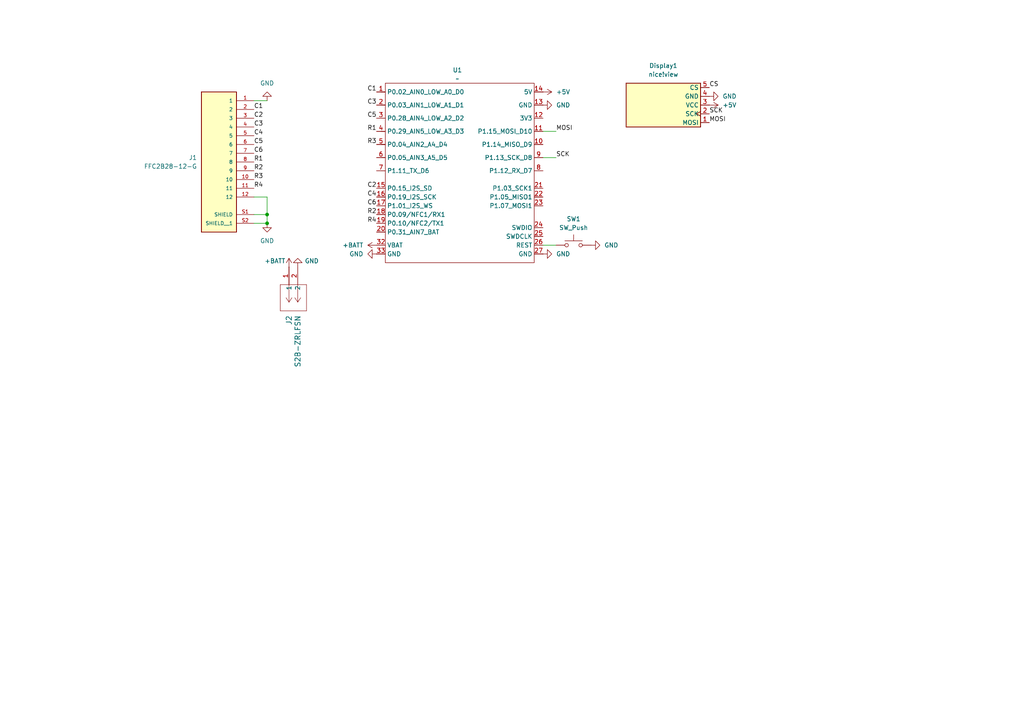
<source format=kicad_sch>
(kicad_sch (version 20250114) (generator "eeschema") (generator_version "9.0")
  (paper "A4")
  (lib_symbols
    (symbol "FFC2B28-12-G:FFC2B28-12-G" (pin_names (offset 1.016))
      (property "Reference" "J" (at -5.08 18.542 0))
      (property "Value" "FFC2B28-12-G" (at -5.08 -25.4 0))
      (symbol "FFC2B28-12-G_0_0"
        (rectangle (start -5.08 -22.86) (end 5.08 17.78) (stroke (width 0.254)) (fill (type background)))
        (pin passive line (at -10.16 15.24 0) (length 5.08) (name "1") (number "1"))
        (pin passive line (at -10.16 12.7 0) (length 5.08) (name "2") (number "2"))
        (pin passive line (at -10.16 10.16 0) (length 5.08) (name "3") (number "3"))
        (pin passive line (at -10.16 7.62 0) (length 5.08) (name "4") (number "4"))
        (pin passive line (at -10.16 5.08 0) (length 5.08) (name "5") (number "5"))
        (pin passive line (at -10.16 2.54 0) (length 5.08) (name "6") (number "6"))
        (pin passive line (at -10.16 0 0) (length 5.08) (name "7") (number "7"))
        (pin passive line (at -10.16 -2.54 0) (length 5.08) (name "8") (number "8"))
        (pin passive line (at -10.16 -5.08 0) (length 5.08) (name "9") (number "9"))
        (pin passive line (at -10.16 -7.62 0) (length 5.08) (name "10") (number "10"))
        (pin passive line (at -10.16 -10.16 0) (length 5.08) (name "11") (number "11"))
        (pin passive line (at -10.16 -12.7 0) (length 5.08) (name "12") (number "12"))
        (pin passive line (at -10.16 -17.78 0) (length 5.08) (name "SHIELD") (number "S1"))
        (pin passive line (at -10.16 -20.32 0) (length 5.08) (name "SHIELD__1") (number "S2"))
      )
    )
    (symbol "Seeed_Studio_XIAO_Series:XIAO-nRF52840_Plus_SMD"
      (property "Reference" "U" (at -2.54 2.54 0))
      (symbol "XIAO-nRF52840_Plus_SMD_0_1"
        (rectangle (start 0 0) (end 43.18 -52.07))
      )
      (symbol "XIAO-nRF52840_Plus_SMD_1_0"
        (polyline (pts (xy 0 -2.54) (xy -1.27 -2.54)) (stroke (width 0.1524)))
        (polyline (pts (xy 0 -6.35) (xy -1.27 -6.35)) (stroke (width 0.1524)))
        (polyline (pts (xy 0 -10.16) (xy -1.27 -10.16)) (stroke (width 0.1524)))
        (polyline (pts (xy 0 -13.97) (xy -1.27 -13.97)) (stroke (width 0.1524)))
        (polyline (pts (xy 0 -17.78) (xy -1.27 -17.78)) (stroke (width 0.1524)))
        (polyline (pts (xy 0 -21.59) (xy -1.27 -21.59)) (stroke (width 0.1524)))
        (polyline (pts (xy 0 -25.4) (xy -1.27 -25.4)) (stroke (width 0.1524)))
        (pin passive line (at -2.54 -2.54 0) (length 2.54) (name "P0.02_AIN0_LOW_A0_D0") (number "1"))
        (pin passive line (at -2.54 -6.35 0) (length 2.54) (name "P0.03_AIN1_LOW_A1_D1") (number "2"))
        (pin passive line (at -2.54 -10.16 0) (length 2.54) (name "P0.28_AIN4_LOW_A2_D2") (number "3"))
        (pin passive line (at -2.54 -13.97 0) (length 2.54) (name "P0.29_AIN5_LOW_A3_D3") (number "4"))
        (pin passive line (at -2.54 -17.78 0) (length 2.54) (name "P0.04_AIN2_A4_D4") (number "5"))
        (pin passive line (at -2.54 -21.59 0) (length 2.54) (name "P0.05_AIN3_A5_D5") (number "6"))
        (pin passive line (at -2.54 -25.4 0) (length 2.54) (name "P1.11_TX_D6") (number "7"))
        (pin passive line (at 45.72 -2.54 180) (length 2.54) (name "5V") (number "14"))
        (pin passive line (at 45.72 -6.35 180) (length 2.54) (name "GND") (number "13"))
        (pin passive line (at 45.72 -10.16 180) (length 2.54) (name "3V3") (number "12"))
        (pin passive line (at 45.72 -13.97 180) (length 2.54) (name "P1.15_MOSI_D10") (number "11"))
        (pin passive line (at 45.72 -17.78 180) (length 2.54) (name "P1.14_MISO_D9") (number "10"))
        (pin passive line (at 45.72 -21.59 180) (length 2.54) (name "P1.13_SCK_D8") (number "9"))
        (pin passive line (at 45.72 -25.4 180) (length 2.54) (name "P1.12_RX_D7") (number "8"))
      )
      (symbol "XIAO-nRF52840_Plus_SMD_1_1"
        (pin passive line (at -2.54 -30.48 0) (length 2.54) (name "P0.15_I2S_SD") (number "15"))
        (pin passive line (at -2.54 -33.02 0) (length 2.54) (name "P0.19_I2S_SCK") (number "16"))
        (pin passive line (at -2.54 -35.56 0) (length 2.54) (name "P1.01_I2S_WS") (number "17"))
        (pin passive line (at -2.54 -38.1 0) (length 2.54) (name "P0.09/NFC1/RX1") (number "18"))
        (pin passive line (at -2.54 -40.64 0) (length 2.54) (name "P0.10/NFC2/TX1") (number "19"))
        (pin passive line (at -2.54 -43.18 0) (length 2.54) (name "P0.31_AIN7_BAT") (number "20"))
        (pin passive line (at -2.54 -46.99 0) (length 2.54) (name "VBAT") (number "32"))
        (pin passive line (at -2.54 -49.53 0) (length 2.54) (name "GND") (number "33"))
        (pin passive line (at 45.72 -30.48 180) (length 2.54) (name "P1.03_SCK1") (number "21"))
        (pin passive line (at 45.72 -33.02 180) (length 2.54) (name "P1.05_MISO1") (number "22"))
        (pin passive line (at 45.72 -35.56 180) (length 2.54) (name "P1.07_MOSI1") (number "23"))
        (pin passive line (at 45.72 -41.91 180) (length 2.54) (name "SWDIO") (number "24"))
        (pin passive line (at 45.72 -44.45 180) (length 2.54) (name "SWDCLK") (number "25"))
        (pin passive line (at 45.72 -46.99 180) (length 2.54) (name "REST") (number "26"))
        (pin passive line (at 45.72 -49.53 180) (length 2.54) (name "GND") (number "27"))
      )
    )
    (symbol "Switch:SW_Push" (pin_numbers (hide yes)) (pin_names (offset 1.016) (hide yes))
      (property "Reference" "SW" (at 1.27 2.54 0))
      (property "Value" "SW_Push" (at 0 -1.524 0))
      (symbol "SW_Push_0_1"
        (circle (center -2.032 0) (radius 0.508))
        (polyline (pts (xy 0 1.27) (xy 0 3.048)))
        (circle (center 2.032 0) (radius 0.508))
        (polyline (pts (xy 2.54 1.27) (xy -2.54 1.27)))
        (pin passive line (at -5.08 0 0) (length 2.54) (name "1") (number "1"))
        (pin passive line (at 5.08 0 180) (length 2.54) (name "2") (number "2"))
      )
    )
    (symbol "jst-zh:S2B-ZRLFSN" (pin_names (offset 0.254))
      (property "Reference" "J" (at 8.89 6.35 0))
      (property "Value" "S2B-ZRLFSN" (at 0 0 0))
      (symbol "S2B-ZRLFSN_1_1"
        (polyline (pts (xy 5.08 2.54) (xy 5.08 -5.08)) (stroke (width 0.127)))
        (polyline (pts (xy 5.08 -5.08) (xy 12.7 -5.08)) (stroke (width 0.127)))
        (polyline (pts (xy 10.16 0) (xy 5.08 0)) (stroke (width 0.127)))
        (polyline (pts (xy 10.16 0) (xy 8.89 0.8467)) (stroke (width 0.127)))
        (polyline (pts (xy 10.16 0) (xy 8.89 -0.8467)) (stroke (width 0.127)))
        (polyline (pts (xy 10.16 -2.54) (xy 5.08 -2.54)) (stroke (width 0.127)))
        (polyline (pts (xy 10.16 -2.54) (xy 8.89 -1.6933)) (stroke (width 0.127)))
        (polyline (pts (xy 10.16 -2.54) (xy 8.89 -3.3867)) (stroke (width 0.127)))
        (polyline (pts (xy 12.7 2.54) (xy 5.08 2.54)) (stroke (width 0.127)))
        (polyline (pts (xy 12.7 -5.08) (xy 12.7 2.54)) (stroke (width 0.127)))
        (pin unspecified line (at 0 0 0) (length 5.08) (name "1") (number "1"))
        (pin unspecified line (at 0 -2.54 0) (length 5.08) (name "2") (number "2"))
      )
      (symbol "S2B-ZRLFSN_1_2"
        (polyline (pts (xy 5.08 2.54) (xy 5.08 -5.08)) (stroke (width 0.127)))
        (polyline (pts (xy 5.08 -5.08) (xy 12.7 -5.08)) (stroke (width 0.127)))
        (polyline (pts (xy 7.62 0) (xy 5.08 0)) (stroke (width 0.127)))
        (polyline (pts (xy 7.62 0) (xy 8.89 0.8467)) (stroke (width 0.127)))
        (polyline (pts (xy 7.62 0) (xy 8.89 -0.8467)) (stroke (width 0.127)))
        (polyline (pts (xy 7.62 -2.54) (xy 5.08 -2.54)) (stroke (width 0.127)))
        (polyline (pts (xy 7.62 -2.54) (xy 8.89 -1.6933)) (stroke (width 0.127)))
        (polyline (pts (xy 7.62 -2.54) (xy 8.89 -3.3867)) (stroke (width 0.127)))
        (polyline (pts (xy 12.7 2.54) (xy 5.08 2.54)) (stroke (width 0.127)))
        (polyline (pts (xy 12.7 -5.08) (xy 12.7 2.54)) (stroke (width 0.127)))
        (pin unspecified line (at 0 0 0) (length 5.08) (name "1") (number "1"))
        (pin unspecified line (at 0 -2.54 0) (length 5.08) (name "2") (number "2"))
      )
    )
    (symbol "nice_view:nice!view"
      (property "Reference" "Display" (at 0 12.7 0))
      (property "Value" "nice!view" (at 0 0 0))
      (symbol "nice!view_0_1"
        (rectangle (start -6.35 11.43) (end 6.35 -10.16) (stroke (width 0.254)) (fill (type background)))
      )
      (symbol "nice!view_1_1"
        (pin input line (at -5.08 -12.7 90) (length 2.54) (name "MOSI") (number "1"))
        (pin input clock (at -2.54 -12.7 90) (length 2.54) (name "SCK") (number "2"))
        (pin power_in line (at 0 -12.7 90) (length 2.54) (name "VCC") (number "3"))
        (pin power_out line (at 2.54 -12.7 90) (length 2.54) (name "GND") (number "4"))
        (pin passive line (at 5.08 -12.7 90) (length 2.54) (name "CS") (number "5"))
      )
    )
    (symbol "power:+5V" (power) (pin_numbers (hide yes)) (pin_names (offset 0) (hide yes))
      (property "Value" "+5V" (at 0 3.556 0))
      (symbol "+5V_0_1"
        (polyline (pts (xy -0.762 1.27) (xy 0 2.54)))
        (polyline (pts (xy 0 2.54) (xy 0.762 1.27)))
        (polyline (pts (xy 0 0) (xy 0 2.54)))
      )
      (symbol "+5V_1_1"
        (pin power_in line (at 0 0 90) (length 0) (name "~") (number "1"))
      )
    )
    (symbol "power:+BATT" (power) (pin_numbers (hide yes)) (pin_names (offset 0) (hide yes))
      (property "Value" "+BATT" (at 0 3.556 0))
      (symbol "+BATT_0_1"
        (polyline (pts (xy -0.762 1.27) (xy 0 2.54)))
        (polyline (pts (xy 0 2.54) (xy 0.762 1.27)))
        (polyline (pts (xy 0 0) (xy 0 2.54)))
      )
      (symbol "+BATT_1_1"
        (pin power_in line (at 0 0 90) (length 0) (name "~") (number "1"))
      )
    )
    (symbol "power:GND" (power) (pin_numbers (hide yes)) (pin_names (offset 0) (hide yes))
      (property "Value" "GND" (at 0 -3.81 0))
      (symbol "GND_0_1"
        (polyline (pts (xy 0 0) (xy 0 -1.27) (xy 1.27 -1.27) (xy 0 -2.54) (xy -1.27 -1.27) (xy 0 -1.27)))
      )
      (symbol "GND_1_1"
        (pin power_in line (at 0 0 270) (length 0) (name "~") (number "1"))
      )
    )
  )
  (junction (at 77.47 62.23))
  (junction (at 77.47 64.77))
  (wire (pts (xy 77.47 64.77) (xy 73.66 64.77)))
  (wire (pts (xy 157.48 71.12) (xy 161.29 71.12)))
  (wire (pts (xy 73.66 57.15) (xy 77.47 57.15)))
  (wire (pts (xy 73.66 62.23) (xy 77.47 62.23)))
  (wire (pts (xy 77.47 57.15) (xy 77.47 62.23)))
  (wire (pts (xy 157.48 45.72) (xy 161.29 45.72)))
  (wire (pts (xy 77.47 29.21) (xy 73.66 29.21)))
  (wire (pts (xy 77.47 62.23) (xy 77.47 64.77)))
  (wire (pts (xy 157.48 38.1) (xy 161.29 38.1)))
  (label "C4" (at 109.22 57.15 180))
  (label "R4" (at 109.22 64.77 180))
  (label "C4" (at 73.66 39.37 0))
  (label "R3" (at 73.66 52.07 0))
  (label "CS" (at 205.74 25.4 0))
  (label "C1" (at 73.66 31.75 0))
  (label "C6" (at 109.22 59.69 180))
  (label "C3" (at 73.66 36.83 0))
  (label "C2" (at 109.22 54.61 180))
  (label "C5" (at 73.66 41.91 0))
  (label "SCK" (at 161.29 45.72 0))
  (label "R4" (at 73.66 54.61 0))
  (label "C5" (at 109.22 34.29 180))
  (label "R3" (at 109.22 41.91 180))
  (label "SCK" (at 205.74 33.02 0))
  (label "C3" (at 109.22 30.48 180))
  (label "MOSI" (at 161.29 38.1 0))
  (label "MOSI" (at 205.74 35.56 0))
  (label "C1" (at 109.22 26.67 180))
  (label "R1" (at 73.66 46.99 0))
  (label "R2" (at 73.66 49.53 0))
  (label "R2" (at 109.22 62.23 180))
  (label "R1" (at 109.22 38.1 180))
  (label "C2" (at 73.66 34.29 0))
  (label "C6" (at 73.66 44.45 0))
  (symbol (lib_id "power:GND") (at 77.47 64.77 0) (mirror y) (unit 1)
    (property "Reference" "#PWR09" (effects (hide yes)))
    (property "Value" "GND" (at 77.47 69.85 0))
    (property "Description" "Power symbol creates a global label with name \"GND\" , ground" (effects (hide yes)))
  )
  (symbol (lib_id "power:GND") (at 205.74 27.94 90) (unit 1)
    (property "Reference" "#PWR05" (effects (hide yes)))
    (property "Value" "GND" (at 209.55 27.9399 90) (effects (justify right)))
    (property "Description" "Power symbol creates a global label with name \"GND\" , ground" (effects (hide yes)))
  )
  (symbol (lib_id "power:+BATT") (at 83.82 77.47 0) (unit 1)
    (property "Reference" "#PWR011" (effects (hide yes)))
    (property "Value" "+BATT" (at 79.756 75.692 0))
    (property "Description" "Power symbol creates a global label with name \"+BATT\"" (effects (hide yes)))
  )
  (symbol (lib_id "power:GND") (at 86.36 77.47 180) (unit 1)
    (property "Reference" "#PWR012" (effects (hide yes)))
    (property "Value" "GND" (at 90.424 75.692 0))
    (property "Description" "Power symbol creates a global label with name \"GND\" , ground" (effects (hide yes)))
  )
  (symbol (lib_id "power:GND") (at 157.48 73.66 90) (unit 1)
    (property "Reference" "#PWR03" (effects (hide yes)))
    (property "Value" "GND" (at 161.29 73.6599 90) (effects (justify right)))
    (property "Description" "Power symbol creates a global label with name \"GND\" , ground" (effects (hide yes)))
  )
  (symbol (lib_id "power:+5V") (at 157.48 26.67 270) (unit 1)
    (property "Reference" "#PWR06" (effects (hide yes)))
    (property "Value" "+5V" (at 161.29 26.6699 90) (effects (justify left)))
    (property "Description" "Power symbol creates a global label with name \"+5V\"" (effects (hide yes)))
  )
  (symbol (lib_id "power:+BATT") (at 109.22 71.12 90) (unit 1)
    (property "Reference" "#PWR08" (effects (hide yes)))
    (property "Value" "+BATT" (at 105.41 71.1199 90) (effects (justify left)))
    (property "Description" "Power symbol creates a global label with name \"+BATT\"" (effects (hide yes)))
  )
  (symbol (lib_id "power:GND") (at 77.47 29.21 0) (mirror x) (unit 1)
    (property "Reference" "#PWR010" (effects (hide yes)))
    (property "Value" "GND" (at 77.47 24.13 0))
    (property "Description" "Power symbol creates a global label with name \"GND\" , ground" (effects (hide yes)))
  )
  (symbol (lib_id "power:GND") (at 109.22 73.66 270) (unit 1)
    (property "Reference" "#PWR07" (effects (hide yes)))
    (property "Value" "GND" (at 105.41 73.6599 90) (effects (justify right)))
    (property "Description" "Power symbol creates a global label with name \"GND\" , ground" (effects (hide yes)))
  )
  (symbol (lib_id "power:+5V") (at 205.74 30.48 270) (unit 1)
    (property "Reference" "#PWR04" (effects (hide yes)))
    (property "Value" "+5V" (at 209.55 30.4799 90) (effects (justify left)))
    (property "Description" "Power symbol creates a global label with name \"+5V\"" (effects (hide yes)))
  )
  (symbol (lib_id "power:GND") (at 157.48 30.48 90) (unit 1)
    (property "Reference" "#PWR01" (effects (hide yes)))
    (property "Value" "GND" (at 161.29 30.4799 90) (effects (justify right)))
    (property "Description" "Power symbol creates a global label with name \"GND\" , ground" (effects (hide yes)))
  )
  (symbol (lib_id "jst-zh:S2B-ZRLFSN") (at 83.82 77.47 90) (mirror x) (unit 1)
    (property "Reference" "J2" (at 83.8199 91.44 0) (effects (font (size 1.524 1.524)) (justify left)))
    (property "Value" "S2B-ZRLFSN" (at 86.3599 91.44 0) (effects (font (size 1.524 1.524)) (justify left)))
    (property "Footprint" "jst:CONN_S2B-ZR_JST" (effects (hide yes)))
    (property "Datasheet" "S2B-ZRLFSN" (effects (hide yes)))
  )
  (symbol (lib_id "FFC2B28-12-G:FFC2B28-12-G") (at 63.5 44.45 0) (mirror y) (unit 1)
    (property "Reference" "J1" (at 57.15 45.7199 0) (effects (justify left)))
    (property "Value" "FFC2B28-12-G" (at 57.15 48.2599 0) (effects (justify left)))
    (property "Footprint" "gct:GCT_FFC2B28-12-G" (effects (hide yes)))
    (property "PARTREV" "A" (effects (hide yes)))
    (property "STANDARD" "Manufacturer Recommendations" (effects (hide yes)))
    (property "MAXIMUM_PACKAGE_HEIGHT" "1.75mm" (effects (hide yes)))
    (property "MANUFACTURER" "GCT" (effects (hide yes)))
  )
  (symbol (lib_id "power:GND") (at 171.45 71.12 90) (unit 1)
    (property "Reference" "#PWR02" (effects (hide yes)))
    (property "Value" "GND" (at 175.26 71.1199 90) (effects (justify right)))
    (property "Description" "Power symbol creates a global label with name \"GND\" , ground" (effects (hide yes)))
  )
  (symbol (lib_id "nice_view:nice!view") (at 193.04 30.48 90) (unit 1)
    (property "Reference" "Display1" (at 192.405 19.05 90))
    (property "Value" "nice!view" (at 192.405 21.59 90))
    (property "Footprint" "nice_view:nice_view" (effects (hide yes)))
    (property "Datasheet" "https://nicekeyboards.com/docs/nice-view/pinout-schematic" (effects (hide yes)))
    (property "Description" "Sharp LS011B7DH03 Memory in Pixel 160x68" (effects (hide yes)))
  )
  (symbol (lib_id "Switch:SW_Push") (at 166.37 71.12 0) (unit 1)
    (property "Reference" "SW1" (at 166.37 63.5 0))
    (property "Value" "SW_Push" (at 166.37 66.04 0))
    (property "Footprint" "switch:430471035826" (effects (hide yes)))
    (property "Description" "Push button switch, generic, two pins" (effects (hide yes)))
  )
  (symbol (lib_id "Seeed_Studio_XIAO_Series:XIAO-nRF52840_Plus_SMD") (at 111.76 24.13 0) (unit 1)
    (property "Reference" "U1" (at 132.6769 20.32 0))
    (property "Value" "~" (at 132.6769 22.86 0))
    (property "Footprint" "seeed:XIAO-nRF52840-Plus-SMD-updated" (effects (hide yes)))
  )
)
</source>
